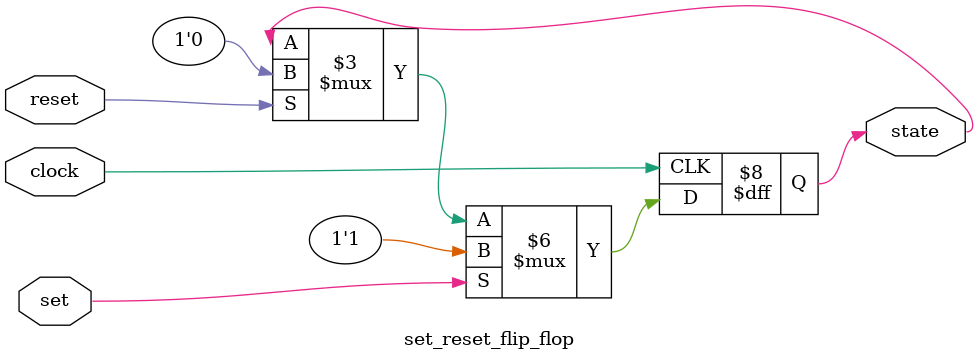
<source format=v>



module set_reset_flip_flop (
  input      clock,
  input      set,
  input      reset,
  output reg state = 0
);

always @(posedge clock) begin
  if      (set)   state <= 1;
  else if (reset) state <= 0;
end

endmodule

</source>
